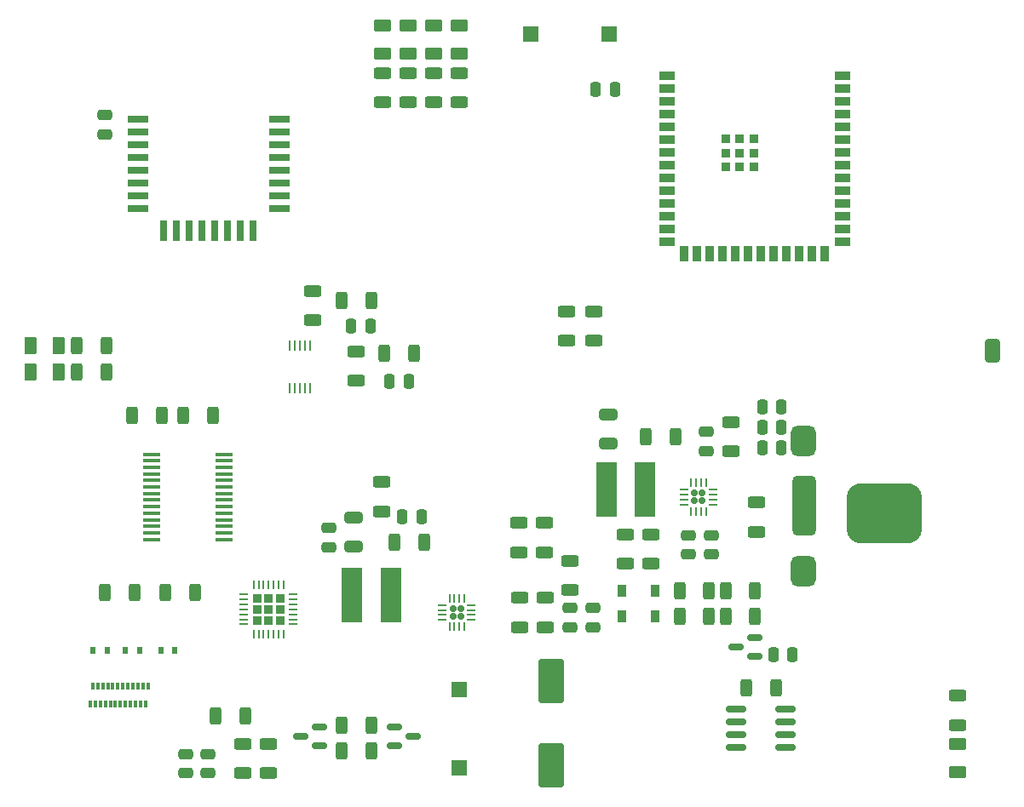
<source format=gtp>
%TF.GenerationSoftware,KiCad,Pcbnew,(6.0.9-0)*%
%TF.CreationDate,2023-01-03T00:22:42+08:00*%
%TF.ProjectId,pippino_board,70697070-696e-46f5-9f62-6f6172642e6b,rev?*%
%TF.SameCoordinates,Original*%
%TF.FileFunction,Paste,Top*%
%TF.FilePolarity,Positive*%
%FSLAX46Y46*%
G04 Gerber Fmt 4.6, Leading zero omitted, Abs format (unit mm)*
G04 Created by KiCad (PCBNEW (6.0.9-0)) date 2023-01-03 00:22:42*
%MOMM*%
%LPD*%
G01*
G04 APERTURE LIST*
G04 Aperture macros list*
%AMRoundRect*
0 Rectangle with rounded corners*
0 $1 Rounding radius*
0 $2 $3 $4 $5 $6 $7 $8 $9 X,Y pos of 4 corners*
0 Add a 4 corners polygon primitive as box body*
4,1,4,$2,$3,$4,$5,$6,$7,$8,$9,$2,$3,0*
0 Add four circle primitives for the rounded corners*
1,1,$1+$1,$2,$3*
1,1,$1+$1,$4,$5*
1,1,$1+$1,$6,$7*
1,1,$1+$1,$8,$9*
0 Add four rect primitives between the rounded corners*
20,1,$1+$1,$2,$3,$4,$5,0*
20,1,$1+$1,$4,$5,$6,$7,0*
20,1,$1+$1,$6,$7,$8,$9,0*
20,1,$1+$1,$8,$9,$2,$3,0*%
G04 Aperture macros list end*
%ADD10RoundRect,0.250000X0.625000X-0.312500X0.625000X0.312500X-0.625000X0.312500X-0.625000X-0.312500X0*%
%ADD11RoundRect,0.250000X0.312500X0.625000X-0.312500X0.625000X-0.312500X-0.625000X0.312500X-0.625000X0*%
%ADD12RoundRect,0.250000X-0.312500X-0.625000X0.312500X-0.625000X0.312500X0.625000X-0.312500X0.625000X0*%
%ADD13RoundRect,0.250000X-0.375000X-0.625000X0.375000X-0.625000X0.375000X0.625000X-0.375000X0.625000X0*%
%ADD14R,1.750000X0.450000*%
%ADD15RoundRect,0.250000X-0.625000X0.375000X-0.625000X-0.375000X0.625000X-0.375000X0.625000X0.375000X0*%
%ADD16RoundRect,0.250000X0.625000X-0.375000X0.625000X0.375000X-0.625000X0.375000X-0.625000X-0.375000X0*%
%ADD17RoundRect,0.250000X0.250000X0.475000X-0.250000X0.475000X-0.250000X-0.475000X0.250000X-0.475000X0*%
%ADD18R,0.600000X0.700000*%
%ADD19RoundRect,0.250000X-0.475000X0.250000X-0.475000X-0.250000X0.475000X-0.250000X0.475000X0.250000X0*%
%ADD20RoundRect,0.625000X0.625000X0.875000X-0.625000X0.875000X-0.625000X-0.875000X0.625000X-0.875000X0*%
%ADD21RoundRect,0.605188X0.605187X2.394812X-0.605187X2.394812X-0.605187X-2.394812X0.605187X-2.394812X0*%
%ADD22RoundRect,0.378000X0.378000X-0.818500X0.378000X0.818500X-0.378000X0.818500X-0.378000X-0.818500X0*%
%ADD23RoundRect,1.250000X2.250000X-1.250000X2.250000X1.250000X-2.250000X1.250000X-2.250000X-1.250000X0*%
%ADD24RoundRect,1.500000X2.250000X-1.500000X2.250000X1.500000X-2.250000X1.500000X-2.250000X-1.500000X0*%
%ADD25RoundRect,0.150000X0.150000X-0.150000X0.150000X0.150000X-0.150000X0.150000X-0.150000X-0.150000X0*%
%ADD26RoundRect,0.062500X0.062500X-0.375000X0.062500X0.375000X-0.062500X0.375000X-0.062500X-0.375000X0*%
%ADD27RoundRect,0.062500X0.375000X-0.062500X0.375000X0.062500X-0.375000X0.062500X-0.375000X-0.062500X0*%
%ADD28R,0.250000X1.100000*%
%ADD29RoundRect,0.150000X0.587500X0.150000X-0.587500X0.150000X-0.587500X-0.150000X0.587500X-0.150000X0*%
%ADD30R,0.900000X1.200000*%
%ADD31RoundRect,0.250000X-1.000000X1.950000X-1.000000X-1.950000X1.000000X-1.950000X1.000000X1.950000X0*%
%ADD32RoundRect,0.250000X0.475000X-0.250000X0.475000X0.250000X-0.475000X0.250000X-0.475000X-0.250000X0*%
%ADD33RoundRect,0.250000X-0.250000X-0.475000X0.250000X-0.475000X0.250000X0.475000X-0.250000X0.475000X0*%
%ADD34RoundRect,0.150000X-0.587500X-0.150000X0.587500X-0.150000X0.587500X0.150000X-0.587500X0.150000X0*%
%ADD35RoundRect,0.250000X0.650000X-0.325000X0.650000X0.325000X-0.650000X0.325000X-0.650000X-0.325000X0*%
%ADD36RoundRect,0.250000X-0.625000X0.312500X-0.625000X-0.312500X0.625000X-0.312500X0.625000X0.312500X0*%
%ADD37R,1.500000X1.500000*%
%ADD38R,2.150000X5.500000*%
%ADD39RoundRect,0.225000X-0.225000X-0.225000X0.225000X-0.225000X0.225000X0.225000X-0.225000X0.225000X0*%
%ADD40RoundRect,0.062500X-0.337500X-0.062500X0.337500X-0.062500X0.337500X0.062500X-0.337500X0.062500X0*%
%ADD41RoundRect,0.062500X-0.062500X-0.337500X0.062500X-0.337500X0.062500X0.337500X-0.062500X0.337500X0*%
%ADD42R,1.500000X0.900000*%
%ADD43R,0.900000X1.500000*%
%ADD44R,0.900000X0.900000*%
%ADD45R,0.300000X0.700000*%
%ADD46RoundRect,0.150000X-0.825000X-0.150000X0.825000X-0.150000X0.825000X0.150000X-0.825000X0.150000X0*%
%ADD47R,2.000000X0.700000*%
%ADD48R,0.700000X2.000000*%
G04 APERTURE END LIST*
D10*
X138250000Y-131462500D03*
X138250000Y-128537500D03*
D11*
X110912500Y-117590000D03*
X107987500Y-117590000D03*
D12*
X134287500Y-155250000D03*
X137212500Y-155250000D03*
D13*
X103381250Y-117590000D03*
X106181250Y-117590000D03*
D14*
X122600000Y-134225000D03*
X122600000Y-133575000D03*
X122600000Y-132925000D03*
X122600000Y-132275000D03*
X122600000Y-131625000D03*
X122600000Y-130975000D03*
X122600000Y-130325000D03*
X122600000Y-129675000D03*
X122600000Y-129025000D03*
X122600000Y-128375000D03*
X122600000Y-127725000D03*
X122600000Y-127075000D03*
X122600000Y-126425000D03*
X122600000Y-125775000D03*
X115400000Y-125775000D03*
X115400000Y-126425000D03*
X115400000Y-127075000D03*
X115400000Y-127725000D03*
X115400000Y-128375000D03*
X115400000Y-129025000D03*
X115400000Y-129675000D03*
X115400000Y-130325000D03*
X115400000Y-130975000D03*
X115400000Y-131625000D03*
X115400000Y-132275000D03*
X115400000Y-132925000D03*
X115400000Y-133575000D03*
X115400000Y-134225000D03*
D13*
X103381250Y-115000000D03*
X106181250Y-115000000D03*
D15*
X143440000Y-83100000D03*
X143440000Y-85900000D03*
D16*
X195500000Y-157400000D03*
X195500000Y-154600000D03*
D11*
X110912500Y-115000000D03*
X107987500Y-115000000D03*
D17*
X177984000Y-125104000D03*
X176084000Y-125104000D03*
D18*
X117700000Y-145250000D03*
X116300000Y-145250000D03*
D12*
X164537500Y-124000000D03*
X167462500Y-124000000D03*
D10*
X124500000Y-157500000D03*
X124500000Y-154575000D03*
D19*
X118750000Y-155587500D03*
X118750000Y-157487500D03*
D20*
X180200000Y-137400000D03*
D21*
X180239625Y-130900000D03*
D20*
X180200000Y-124400000D03*
D22*
X198944000Y-115453500D03*
D23*
X188450000Y-131650000D03*
D24*
X188200000Y-131650000D03*
D10*
X157000000Y-139262500D03*
X157000000Y-136337500D03*
D12*
X134287500Y-152710000D03*
X137212500Y-152710000D03*
D25*
X169375000Y-129625000D03*
X169375000Y-130375000D03*
X170125000Y-130375000D03*
X170125000Y-129625000D03*
D26*
X169000000Y-131437500D03*
X169500000Y-131437500D03*
X170000000Y-131437500D03*
X170500000Y-131437500D03*
D27*
X171187500Y-130750000D03*
X171187500Y-130250000D03*
X171187500Y-129750000D03*
X171187500Y-129250000D03*
D26*
X170500000Y-128562500D03*
X170000000Y-128562500D03*
X169500000Y-128562500D03*
X169000000Y-128562500D03*
D27*
X168312500Y-129250000D03*
X168312500Y-129750000D03*
X168312500Y-130250000D03*
X168312500Y-130750000D03*
D28*
X131109000Y-114927000D03*
X130609000Y-114927000D03*
X130109000Y-114927000D03*
X129609000Y-114927000D03*
X129109000Y-114927000D03*
X129109000Y-119227000D03*
X129609000Y-119227000D03*
X130109000Y-119227000D03*
X130609000Y-119227000D03*
X131109000Y-119227000D03*
D10*
X154462000Y-135534500D03*
X154462000Y-132609500D03*
D17*
X179100000Y-145700000D03*
X177200000Y-145700000D03*
D19*
X170500000Y-123550000D03*
X170500000Y-125450000D03*
D11*
X121478500Y-121872000D03*
X118553500Y-121872000D03*
D29*
X175365500Y-145866000D03*
X175365500Y-143966000D03*
X173490500Y-144916000D03*
D15*
X140900000Y-83100000D03*
X140900000Y-85900000D03*
D12*
X121787500Y-151750000D03*
X124712500Y-151750000D03*
D30*
X162110000Y-141868000D03*
X165410000Y-141868000D03*
D31*
X155124000Y-148336000D03*
X155124000Y-156736000D03*
D32*
X157000000Y-142950000D03*
X157000000Y-141050000D03*
D12*
X113473500Y-121872000D03*
X116398500Y-121872000D03*
D33*
X139050000Y-118500000D03*
X140950000Y-118500000D03*
D12*
X134296000Y-110473000D03*
X137221000Y-110473000D03*
D34*
X139512500Y-152850000D03*
X139512500Y-154750000D03*
X141387500Y-153800000D03*
D11*
X141462500Y-115750000D03*
X138537500Y-115750000D03*
D18*
X112800000Y-145250000D03*
X114200000Y-145250000D03*
D35*
X135500000Y-134975000D03*
X135500000Y-132025000D03*
D12*
X172457500Y-139328000D03*
X175382500Y-139328000D03*
D17*
X161450000Y-89500000D03*
X159550000Y-89500000D03*
D11*
X170810500Y-141868000D03*
X167885500Y-141868000D03*
D10*
X131440500Y-112443500D03*
X131440500Y-109518500D03*
X151922000Y-135534500D03*
X151922000Y-132609500D03*
D15*
X138360000Y-83100000D03*
X138360000Y-85900000D03*
D10*
X173000000Y-125462500D03*
X173000000Y-122537500D03*
D36*
X165000000Y-133737500D03*
X165000000Y-136662500D03*
D10*
X127000000Y-157500000D03*
X127000000Y-154575000D03*
D12*
X172457500Y-141868000D03*
X175382500Y-141868000D03*
D10*
X143440000Y-90752500D03*
X143440000Y-87827500D03*
D37*
X160900000Y-84000000D03*
X153100000Y-84000000D03*
D32*
X133000000Y-135000000D03*
X133000000Y-133100000D03*
D10*
X152000000Y-142962500D03*
X152000000Y-140037500D03*
X156650000Y-114462500D03*
X156650000Y-111537500D03*
D12*
X110787500Y-139500000D03*
X113712500Y-139500000D03*
D10*
X140900000Y-90752500D03*
X140900000Y-87827500D03*
D35*
X160750000Y-124725000D03*
X160750000Y-121775000D03*
D38*
X139175000Y-139750000D03*
X135325000Y-139750000D03*
D39*
X128150000Y-141184000D03*
X125910000Y-141184000D03*
X127030000Y-142304000D03*
X125910000Y-142304000D03*
X128150000Y-140064000D03*
X128150000Y-142304000D03*
X127030000Y-141184000D03*
X125910000Y-140064000D03*
X127030000Y-140064000D03*
D40*
X124580000Y-139684000D03*
X124580000Y-140184000D03*
X124580000Y-140684000D03*
X124580000Y-141184000D03*
X124580000Y-141684000D03*
X124580000Y-142184000D03*
X124580000Y-142684000D03*
D41*
X125530000Y-143634000D03*
X126030000Y-143634000D03*
X126530000Y-143634000D03*
X127030000Y-143634000D03*
X127530000Y-143634000D03*
X128030000Y-143634000D03*
X128530000Y-143634000D03*
D40*
X129480000Y-142684000D03*
X129480000Y-142184000D03*
X129480000Y-141684000D03*
X129480000Y-141184000D03*
X129480000Y-140684000D03*
X129480000Y-140184000D03*
X129480000Y-139684000D03*
D41*
X128530000Y-138734000D03*
X128030000Y-138734000D03*
X127530000Y-138734000D03*
X127030000Y-138734000D03*
X126530000Y-138734000D03*
X126030000Y-138734000D03*
X125530000Y-138734000D03*
D42*
X166590000Y-88090000D03*
X166590000Y-89360000D03*
X166590000Y-90630000D03*
X166590000Y-91900000D03*
X166590000Y-93170000D03*
X166590000Y-94440000D03*
X166590000Y-95710000D03*
X166590000Y-96980000D03*
X166590000Y-98250000D03*
X166590000Y-99520000D03*
X166590000Y-100790000D03*
X166590000Y-102060000D03*
X166590000Y-103330000D03*
X166590000Y-104600000D03*
D43*
X168355000Y-105850000D03*
X169625000Y-105850000D03*
X170895000Y-105850000D03*
X172165000Y-105850000D03*
X173435000Y-105850000D03*
X174705000Y-105850000D03*
X175975000Y-105850000D03*
X177245000Y-105850000D03*
X178515000Y-105850000D03*
X179785000Y-105850000D03*
X181055000Y-105850000D03*
X182325000Y-105850000D03*
D42*
X184090000Y-104600000D03*
X184090000Y-103330000D03*
X184090000Y-102060000D03*
X184090000Y-100790000D03*
X184090000Y-99520000D03*
X184090000Y-98250000D03*
X184090000Y-96980000D03*
X184090000Y-95710000D03*
X184090000Y-94440000D03*
X184090000Y-93170000D03*
X184090000Y-91900000D03*
X184090000Y-90630000D03*
X184090000Y-89360000D03*
X184090000Y-88090000D03*
D44*
X173840000Y-94410000D03*
X172440000Y-95810000D03*
X175240000Y-95810000D03*
X173840000Y-97210000D03*
X175240000Y-97210000D03*
X173840000Y-95810000D03*
X172440000Y-97210000D03*
X172440000Y-94410000D03*
X175240000Y-94410000D03*
D10*
X135750000Y-118462500D03*
X135750000Y-115537500D03*
D33*
X140300000Y-132000000D03*
X142200000Y-132000000D03*
D10*
X154500000Y-142962500D03*
X154500000Y-140037500D03*
D12*
X139537500Y-134500000D03*
X142462500Y-134500000D03*
D32*
X110774000Y-93950000D03*
X110774000Y-92050000D03*
D11*
X119712500Y-139500000D03*
X116787500Y-139500000D03*
D32*
X159250000Y-142950000D03*
X159250000Y-141050000D03*
D17*
X177984000Y-123072000D03*
X176084000Y-123072000D03*
D12*
X167885500Y-139328000D03*
X170810500Y-139328000D03*
D19*
X168750000Y-133800000D03*
X168750000Y-135700000D03*
D45*
X109548000Y-148864000D03*
X110048000Y-148864000D03*
X110548000Y-148864000D03*
X111048000Y-148864000D03*
X111548000Y-148864000D03*
X112048000Y-148864000D03*
X112548000Y-148864000D03*
X113048000Y-148864000D03*
X113548000Y-148864000D03*
X114048000Y-148864000D03*
X114548000Y-148864000D03*
X115048000Y-148864000D03*
X114798000Y-150564000D03*
X114298000Y-150564000D03*
X113798000Y-150564000D03*
X113298000Y-150564000D03*
X112798000Y-150564000D03*
X112298000Y-150564000D03*
X111798000Y-150564000D03*
X111298000Y-150564000D03*
X110798000Y-150564000D03*
X110298000Y-150564000D03*
X109798000Y-150564000D03*
X109298000Y-150564000D03*
D17*
X177984000Y-121040000D03*
X176084000Y-121040000D03*
D46*
X173477000Y-151139000D03*
X173477000Y-152409000D03*
X173477000Y-153679000D03*
X173477000Y-154949000D03*
X178427000Y-154949000D03*
X178427000Y-153679000D03*
X178427000Y-152409000D03*
X178427000Y-151139000D03*
D15*
X145980000Y-83100000D03*
X145980000Y-85900000D03*
D19*
X121000000Y-155587500D03*
X121000000Y-157487500D03*
D25*
X145375000Y-141125000D03*
X146125000Y-141125000D03*
X146125000Y-141875000D03*
X145375000Y-141875000D03*
D26*
X145000000Y-142937500D03*
X145500000Y-142937500D03*
X146000000Y-142937500D03*
X146500000Y-142937500D03*
D27*
X147187500Y-142250000D03*
X147187500Y-141750000D03*
X147187500Y-141250000D03*
X147187500Y-140750000D03*
D26*
X146500000Y-140062500D03*
X146000000Y-140062500D03*
X145500000Y-140062500D03*
X145000000Y-140062500D03*
D27*
X144312500Y-140750000D03*
X144312500Y-141250000D03*
X144312500Y-141750000D03*
X144312500Y-142250000D03*
D18*
X110966000Y-145248000D03*
X109566000Y-145248000D03*
D10*
X145980000Y-90752500D03*
X145980000Y-87827500D03*
D29*
X132087500Y-154750000D03*
X132087500Y-152850000D03*
X130212500Y-153800000D03*
D36*
X195500000Y-149787500D03*
X195500000Y-152712500D03*
D38*
X164425000Y-129250000D03*
X160575000Y-129250000D03*
D17*
X137155000Y-113013000D03*
X135255000Y-113013000D03*
D10*
X159350000Y-114462500D03*
X159350000Y-111537500D03*
X175500000Y-133462500D03*
X175500000Y-130537500D03*
X138360000Y-90752500D03*
X138360000Y-87827500D03*
D47*
X114036400Y-92410400D03*
X114036400Y-93680400D03*
X114036400Y-94950400D03*
X114036400Y-96220400D03*
X114036400Y-97490400D03*
X114036400Y-98760400D03*
X114036400Y-100030400D03*
X114036400Y-101300400D03*
D48*
X116626400Y-103560400D03*
X117896400Y-103560400D03*
X119166400Y-103560400D03*
X120436400Y-103560400D03*
X121706400Y-103560400D03*
X122976400Y-103560400D03*
X124246400Y-103560400D03*
X125516400Y-103560400D03*
D47*
X128136400Y-101300400D03*
X128136400Y-100030400D03*
X128136400Y-98760400D03*
X128136400Y-97490400D03*
X128136400Y-96220400D03*
X128136400Y-94950400D03*
X128136400Y-93680400D03*
X128136400Y-92410400D03*
D30*
X162110000Y-139328000D03*
X165410000Y-139328000D03*
D10*
X162450000Y-136662500D03*
X162450000Y-133737500D03*
D37*
X145980000Y-149144000D03*
X145980000Y-156944000D03*
D12*
X174537500Y-149000000D03*
X177462500Y-149000000D03*
D19*
X171000000Y-133800000D03*
X171000000Y-135700000D03*
M02*

</source>
